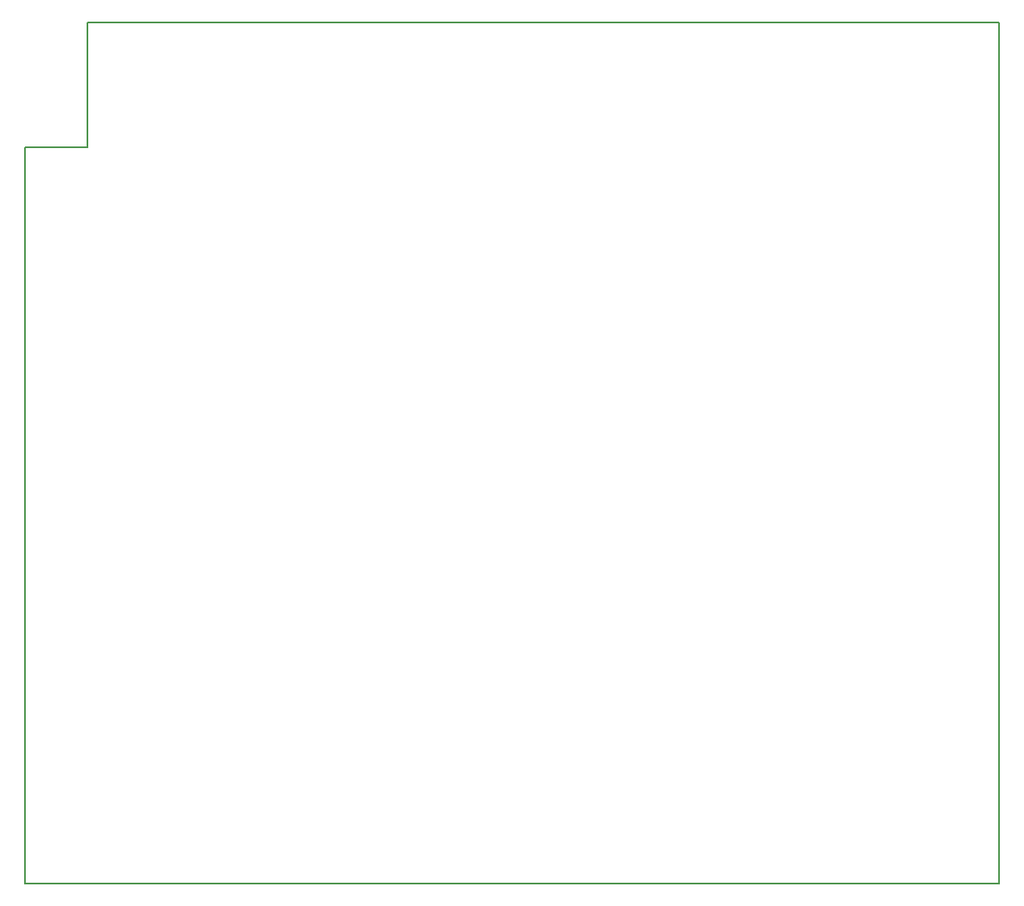
<source format=gbr>
G04 #@! TF.GenerationSoftware,KiCad,Pcbnew,5.0.0-rc2-be01b52~65~ubuntu18.04.1*
G04 #@! TF.CreationDate,2018-06-09T21:21:56+04:00*
G04 #@! TF.ProjectId,plusd,706C7573642E6B696361645F70636200,rev?*
G04 #@! TF.SameCoordinates,Original*
G04 #@! TF.FileFunction,Profile,NP*
%FSLAX46Y46*%
G04 Gerber Fmt 4.6, Leading zero omitted, Abs format (unit mm)*
G04 Created by KiCad (PCBNEW 5.0.0-rc2-be01b52~65~ubuntu18.04.1) date Sat Jun  9 21:21:56 2018*
%MOMM*%
%LPD*%
G01*
G04 APERTURE LIST*
%ADD10C,0.200000*%
%ADD11C,0.150000*%
G04 APERTURE END LIST*
D10*
X41910000Y-49530000D02*
X35560000Y-49530000D01*
X41910000Y-36830000D02*
X41910000Y-49530000D01*
D11*
X35560000Y-124460000D02*
X134620000Y-124460000D01*
X35560000Y-49530000D02*
X35560000Y-124460000D01*
X134620000Y-36830000D02*
X41910000Y-36830000D01*
X134620000Y-124460000D02*
X134620000Y-36830000D01*
M02*

</source>
